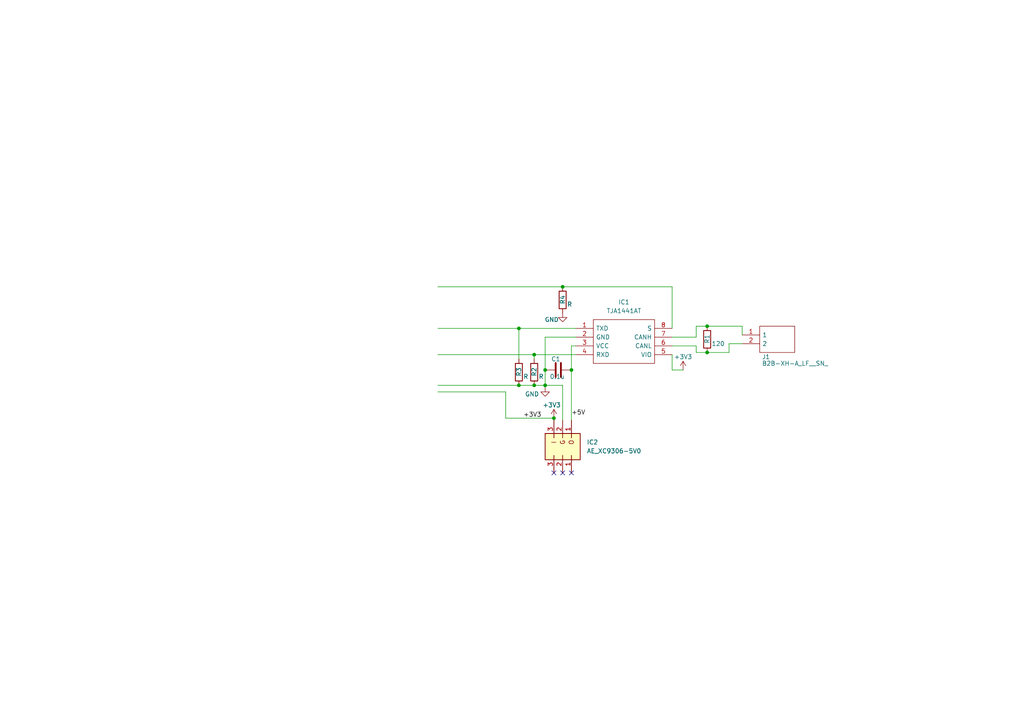
<source format=kicad_sch>
(kicad_sch (version 20230121) (generator eeschema)
  (paper "A4")
  (lib_symbols
    (symbol "Device:C" (pin_numbers hide) (pin_names (offset 0.254))
      (property "Reference" "C" (at 0.635 2.54 0))
      (property "Value" "C" (at 0.635 -2.54 0))
      (symbol "C_0_1"
        (polyline (pts (xy -2.032 -0.762) (xy 2.032 -0.762)) (stroke (width 0.508)))
        (polyline (pts (xy -2.032 0.762) (xy 2.032 0.762)) (stroke (width 0.508)))
      )
      (symbol "C_1_1"
        (pin passive line (at 0 3.81 270) (length 2.794) (name "~") (number "1"))
        (pin passive line (at 0 -3.81 90) (length 2.794) (name "~") (number "2"))
      )
    )
    (symbol "Device:R" (pin_numbers hide) (pin_names (offset 0))
      (property "Reference" "R" (at 2.032 0 90))
      (property "Value" "R" (at 0 0 90))
      (symbol "R_0_1"
        (rectangle (start -1.016 -2.54) (end 1.016 2.54) (stroke (width 0.254)))
      )
      (symbol "R_1_1"
        (pin passive line (at 0 3.81 270) (length 1.27) (name "~") (number "1"))
        (pin passive line (at 0 -3.81 90) (length 1.27) (name "~") (number "2"))
      )
    )
    (symbol "New_Library:AE-XC9306-5V0" (pin_names (offset 0) hide)
      (property "Reference" "5V" (at 0 8.89 0))
      (property "Value" "AE_XC9306-5V0" (at 0 -3.81 0))
      (symbol "AE-XC9306-5V0_0_1"
        (rectangle (start -3.81 7.62) (end 3.81 -2.54) (stroke (width 0.254)) (fill (type background)))
      )
      (symbol "AE-XC9306-5V0_1_1"
        (text "G" (at -1.27 2.54 0) (effects (font (size 1.27 1.27))))
        (text "I" (at -1.27 0 0) (effects (font (size 1.27 1.27))))
        (text "O" (at -1.27 5.08 0) (effects (font (size 1.27 1.27))))
        (pin power_out line (at 7.62 5.08 180) (length 5.08) (name "O") (number "1"))
        (pin power_out line (at -7.62 5.08 0) (length 5.08) (name "~") (number "1"))
        (pin passive line (at -7.62 2.54 0) (length 5.08) (name "G") (number "2"))
        (pin passive line (at 7.62 2.54 180) (length 5.08) (name "G") (number "2"))
        (pin power_in line (at 7.62 0 180) (length 5.08) (name "I") (number "3"))
        (pin power_in line (at -7.62 0 0) (length 5.08) (name "~") (number "3"))
      )
    )
    (symbol "power:+3V3" (power) (pin_names (offset 0))
      (property "Value" "+3V3" (at 0 3.556 0))
      (symbol "+3V3_0_1"
        (polyline (pts (xy -0.762 1.27) (xy 0 2.54)))
        (polyline (pts (xy 0 0) (xy 0 2.54)))
        (polyline (pts (xy 0 2.54) (xy 0.762 1.27)))
      )
      (symbol "+3V3_1_1"
        (pin power_in line (at 0 0 90) (length 0) hide (name "+3V3") (number "1"))
      )
    )
    (symbol "power:GND" (power) (pin_names (offset 0))
      (property "Value" "GND" (at 0 -3.81 0))
      (symbol "GND_0_1"
        (polyline (pts (xy 0 0) (xy 0 -1.27) (xy 1.27 -1.27) (xy 0 -2.54) (xy -1.27 -1.27) (xy 0 -1.27)))
      )
      (symbol "GND_1_1"
        (pin power_in line (at 0 0 270) (length 0) hide (name "GND") (number "1"))
      )
    )
    (symbol "samacsys:B2B-XH-A_LF__SN_" (pin_names (offset 0.762))
      (property "Reference" "J" (at 16.51 7.62 0))
      (property "Value" "B2B-XH-A_LF__SN_" (at 16.51 5.08 0))
      (symbol "B2B-XH-A_LF__SN__0_0"
        (pin passive line (at 0 0 0) (length 5.08) (name "1") (number "1"))
        (pin passive line (at 0 -2.54 0) (length 5.08) (name "2") (number "2"))
      )
      (symbol "B2B-XH-A_LF__SN__0_1"
        (polyline (pts (xy 5.08 2.54) (xy 15.24 2.54) (xy 15.24 -5.08) (xy 5.08 -5.08) (xy 5.08 2.54)) (stroke (width 0.1524)))
      )
    )
    (symbol "samacsys:TJA1441BT_0Z" (pin_names (offset 0.762))
      (property "Reference" "IC1" (at 13.97 7.62 0))
      (property "Value" "TJA1441AT" (at 13.97 5.08 0))
      (symbol "TJA1441BT_0Z_0_0"
        (pin passive line (at 0 0 0) (length 5.08) (name "TXD") (number "1"))
        (pin passive line (at 0 -2.54 0) (length 5.08) (name "GND") (number "2"))
        (pin passive line (at 0 -5.08 0) (length 5.08) (name "VCC") (number "3"))
        (pin passive line (at 0 -7.62 0) (length 5.08) (name "RXD") (number "4"))
        (pin passive line (at 27.94 -5.08 180) (length 5.08) (name "CANL") (number "6"))
        (pin passive line (at 27.94 -2.54 180) (length 5.08) (name "CANH") (number "7"))
        (pin passive line (at 27.94 0 180) (length 5.08) (name "S") (number "8"))
      )
      (symbol "TJA1441BT_0Z_0_1"
        (polyline (pts (xy 5.08 2.54) (xy 22.86 2.54) (xy 22.86 -10.16) (xy 5.08 -10.16) (xy 5.08 2.54)) (stroke (width 0.1524)))
      )
      (symbol "TJA1441BT_0Z_1_0"
        (pin input line (at 27.94 -7.62 180) (length 5.08) (name "VIO") (number "5"))
      )
    )
  )
  (junction (at 165.735 107.315))
  (junction (at 150.495 95.25))
  (junction (at 205.105 94.615))
  (junction (at 158.115 111.76))
  (junction (at 154.94 102.87))
  (junction (at 163.195 83.185))
  (junction (at 205.105 102.235))
  (junction (at 160.655 121.285))
  (junction (at 150.495 111.76))
  (junction (at 154.94 111.76))
  (junction (at 158.115 107.315))
  (no_connect (at 165.735 137.16))
  (no_connect (at 160.655 137.16))
  (no_connect (at 163.195 137.16))
  (wire (pts (xy 163.195 121.92) (xy 163.195 111.76)))
  (wire (pts (xy 150.495 95.25) (xy 150.495 104.14)))
  (wire (pts (xy 205.105 102.235) (xy 211.455 102.235)))
  (wire (pts (xy 163.195 83.185) (xy 194.945 83.185)))
  (wire (pts (xy 215.265 94.615) (xy 215.265 97.155)))
  (wire (pts (xy 165.735 107.315) (xy 165.735 121.92)))
  (wire (pts (xy 201.93 100.33) (xy 201.93 102.235)))
  (wire (pts (xy 165.735 100.33) (xy 165.735 107.315)))
  (wire (pts (xy 201.93 94.615) (xy 205.105 94.615)))
  (wire (pts (xy 154.94 111.76) (xy 158.115 111.76)))
  (wire (pts (xy 154.94 102.87) (xy 154.94 104.14)))
  (wire (pts (xy 211.455 99.695) (xy 215.265 99.695)))
  (wire (pts (xy 158.115 111.76) (xy 158.115 112.395)))
  (wire (pts (xy 205.105 94.615) (xy 215.265 94.615)))
  (wire (pts (xy 154.94 102.87) (xy 167.005 102.87)))
  (wire (pts (xy 194.945 97.79) (xy 201.93 97.79)))
  (wire (pts (xy 127 102.87) (xy 154.94 102.87)))
  (wire (pts (xy 158.115 107.315) (xy 158.115 111.76)))
  (wire (pts (xy 201.93 102.235) (xy 205.105 102.235)))
  (wire (pts (xy 194.945 95.25) (xy 194.945 83.185)))
  (wire (pts (xy 150.495 95.25) (xy 167.005 95.25)))
  (wire (pts (xy 158.115 97.79) (xy 158.115 107.315)))
  (wire (pts (xy 146.685 121.285) (xy 146.685 113.665)))
  (wire (pts (xy 194.945 102.87) (xy 194.945 107.315)))
  (wire (pts (xy 127 111.76) (xy 150.495 111.76)))
  (wire (pts (xy 160.655 121.285) (xy 146.685 121.285)))
  (wire (pts (xy 158.115 97.79) (xy 167.005 97.79)))
  (wire (pts (xy 201.93 97.79) (xy 201.93 94.615)))
  (wire (pts (xy 167.005 100.33) (xy 165.735 100.33)))
  (wire (pts (xy 150.495 111.76) (xy 154.94 111.76)))
  (wire (pts (xy 163.195 111.76) (xy 158.115 111.76)))
  (wire (pts (xy 127 95.25) (xy 150.495 95.25)))
  (wire (pts (xy 160.655 121.285) (xy 160.655 121.92)))
  (wire (pts (xy 127 83.185) (xy 163.195 83.185)))
  (wire (pts (xy 127 113.665) (xy 146.685 113.665)))
  (wire (pts (xy 194.945 107.315) (xy 198.12 107.315)))
  (wire (pts (xy 211.455 102.235) (xy 211.455 99.695)))
  (wire (pts (xy 194.945 100.33) (xy 201.93 100.33)))
  (label "+3V3" (at 151.765 121.285 0))
  (label "+5V" (at 165.735 120.65 0))
  (symbol (lib_id "power:+3V3") (at 198.12 107.315 0) (unit 1)
    (property "Reference" "#PWR03" (effects hide))
    (property "Value" "+3V3" (at 198.12 103.505 0))
  )
  (symbol (lib_id "power:+3V3") (at 160.655 121.285 0) (unit 1)
    (property "Reference" "#PWR02" (effects hide))
    (property "Value" "+3V3" (at 160.02 117.475 0))
  )
  (symbol (lib_id "samacsys:B2B-XH-A_LF__SN_") (at 215.265 97.155 0) (unit 1)
    (property "Reference" "J1" (at 220.98 103.505 0) (effects (justify left)))
    (property "Value" "B2B-XH-A_LF__SN_" (at 220.98 105.41 0) (effects (justify left)))
    (property "Footprint" "SHDR2W64P0X250_1X2_740X575X700P" (effects hide))
    (property "Datasheet" "http://uk.rs-online.com/web/p/products/8201554P" (effects hide))
    (property "Description" "Connector Header Through Hole 2 position 0.098\" (2.50mm)" (effects hide))
    (property "Height" "7" (effects hide))
    (property "RS Part Number" "8201554P" (effects hide))
    (property "RS Price/Stock" "http://uk.rs-online.com/web/p/products/8201554P" (effects hide))
    (property "Manufacturer_Name" "JST (JAPAN SOLDERLESS TERMINALS)" (effects hide))
    (property "Manufacturer_Part_Number" "B2B-XH-A(LF)(SN)" (effects hide))
  )
  (symbol (lib_id "power:GND") (at 163.195 90.805 0) (unit 1)
    (property "Reference" "#PWR04" (effects hide))
    (property "Value" "GND" (at 160.02 92.71 0))
  )
  (symbol (lib_id "Device:R") (at 150.495 107.95 0) (unit 1)
    (property "Reference" "R3" (at 150.495 109.22 90) (effects (justify left)))
    (property "Value" "R" (at 151.765 109.22 0) (effects (justify left)))
  )
  (symbol (lib_id "power:GND") (at 158.115 112.395 0) (unit 1)
    (property "Reference" "#PWR01" (effects hide))
    (property "Value" "GND" (at 154.305 114.3 0))
  )
  (symbol (lib_id "Device:R") (at 154.94 107.95 0) (unit 1)
    (property "Reference" "R2" (at 154.94 109.22 90) (effects (justify left)))
    (property "Value" "R" (at 156.21 109.22 0) (effects (justify left)))
    (property "Footprint" "Resistor_SMD:R_0603_1608Metric_Pad0.98x0.95mm_HandSolder" (effects hide))
  )
  (symbol (lib_id "samacsys:TJA1441BT_0Z") (at 167.005 95.25 0) (unit 1)
    (property "Reference" "IC1" (at 180.975 87.63 0))
    (property "Value" "TJA1441AT" (at 180.975 90.17 0))
    (property "Footprint" "SOIC127P600X175-8N" (effects hide))
    (property "Datasheet" "https://componentsearchengine.com/Datasheets/2/TJA1441BT_0Z.pdf" (effects hide))
    (property "Description" "NXP - TJA1441BT/0Z - CAN Bus, CAN, 4.5 V, 5.5 V, SOIC" (effects hide))
    (property "Height" "1.75" (effects hide))
    (property "Manufacturer_Name" "NXP" (effects hide))
    (property "Manufacturer_Part_Number" "TJA1441AT" (effects hide))
  )
  (symbol (lib_id "Device:R") (at 163.195 86.995 0) (unit 1)
    (property "Reference" "R4" (at 163.195 88.265 90) (effects (justify left)))
    (property "Value" "R" (at 164.465 88.265 0) (effects (justify left)))
    (property "Footprint" "Resistor_SMD:R_0603_1608Metric_Pad0.98x0.95mm_HandSolder" (effects hide))
  )
  (symbol (lib_id "Device:C") (at 161.925 107.315 90) (unit 1)
    (property "Reference" "C1" (at 162.56 104.14 90) (effects (justify left)))
    (property "Value" "0.1u" (at 163.83 109.22 90) (effects (justify left)))
    (property "Footprint" "Capacitor_SMD:C_0603_1608Metric_Pad1.08x0.95mm_HandSolder" (effects hide))
  )
  (symbol (lib_id "New_Library:AE-XC9306-5V0") (at 160.655 129.54 270) (unit 1)
    (property "Reference" "IC2" (at 170.18 128.27 90) (effects (justify left)))
    (property "Value" "AE_XC9306-5V0" (at 170.18 130.81 90) (effects (justify left)))
  )
  (symbol (lib_id "Device:R") (at 205.105 98.425 0) (unit 1)
    (property "Reference" "R1" (at 205.105 99.695 90) (effects (justify left)))
    (property "Value" "120" (at 206.375 99.695 0) (effects (justify left)))
    (property "Footprint" "Resistor_THT:R_Axial_DIN0309_L9.0mm_D3.2mm_P12.70mm_Horizontal" (effects hide))
  )
)
</source>
